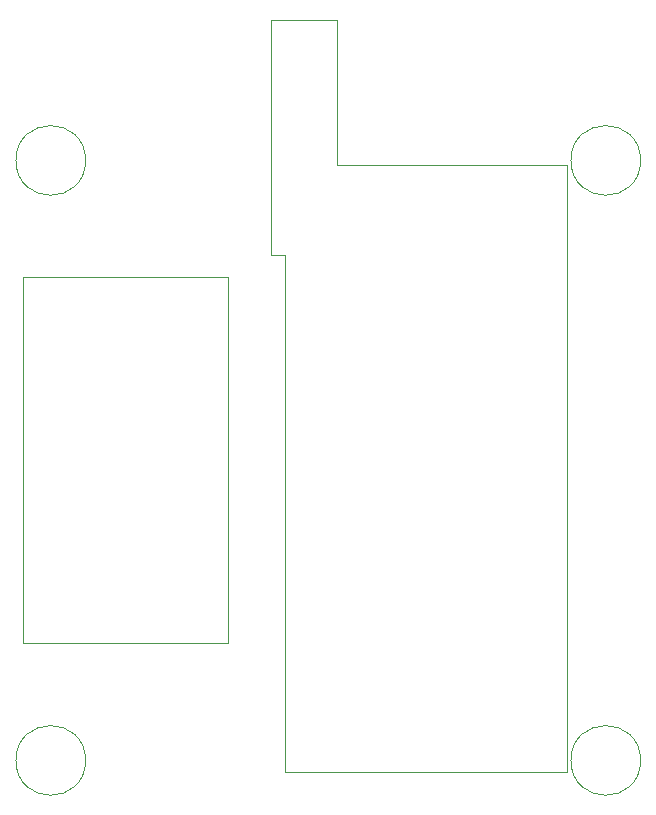
<source format=gbr>
%TF.GenerationSoftware,KiCad,Pcbnew,9.0.2+1*%
%TF.CreationDate,2025-07-21T21:44:21+09:00*%
%TF.ProjectId,romext-2364,726f6d65-7874-42d3-9233-36342e6b6963,1-2*%
%TF.SameCoordinates,Original*%
%TF.FileFunction,Other,User*%
%FSLAX46Y46*%
G04 Gerber Fmt 4.6, Leading zero omitted, Abs format (unit mm)*
G04 Created by KiCad (PCBNEW 9.0.2+1) date 2025-07-21 21:44:21*
%MOMM*%
%LPD*%
G01*
G04 APERTURE LIST*
%ADD10C,0.050000*%
G04 APERTURE END LIST*
%TO.C,J1*%
D10*
X100550000Y-49280000D02*
X117890000Y-49280000D01*
X117890000Y-80260000D01*
X100550000Y-80260000D01*
X100550000Y-49280000D01*
%TO.C,REF\u002A\u002A*%
X152810000Y-39370000D02*
G75*
G02*
X146910000Y-39370000I-2950000J0D01*
G01*
X146910000Y-39370000D02*
G75*
G02*
X152810000Y-39370000I2950000J0D01*
G01*
X152810000Y-90170000D02*
G75*
G02*
X146910000Y-90170000I-2950000J0D01*
G01*
X146910000Y-90170000D02*
G75*
G02*
X152810000Y-90170000I2950000J0D01*
G01*
X105820000Y-90170000D02*
G75*
G02*
X99920000Y-90170000I-2950000J0D01*
G01*
X99920000Y-90170000D02*
G75*
G02*
X105820000Y-90170000I2950000J0D01*
G01*
%TO.C,U1*%
X121500000Y-27440000D02*
X127100000Y-27440000D01*
X121500000Y-47400000D02*
X121500000Y-27440000D01*
X122670000Y-47400000D02*
X121500000Y-47400000D01*
X122670000Y-91140000D02*
X122670000Y-47400000D01*
X127100000Y-27440000D02*
X127100000Y-39740000D01*
X127100000Y-39740000D02*
X146570000Y-39740000D01*
X146570000Y-39740000D02*
X146570000Y-91140000D01*
X146570000Y-91140000D02*
X122670000Y-91140000D01*
%TO.C,REF\u002A\u002A*%
X105820000Y-39370000D02*
G75*
G02*
X99920000Y-39370000I-2950000J0D01*
G01*
X99920000Y-39370000D02*
G75*
G02*
X105820000Y-39370000I2950000J0D01*
G01*
%TD*%
M02*

</source>
